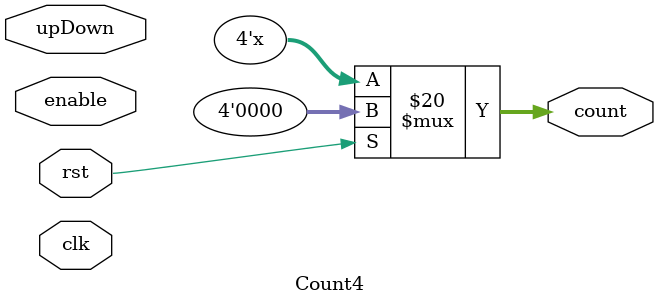
<source format=v>
module Count4(clk,rst,enable,upDown, count);
   input clk, rst, enable, upDown;
   output reg [3:0] count;

// insert code here 
   always @(clk, rst, enable, upDown) begin
      if (rst == 0 && enable == 1 && upDown == 1 && clk == 1)
         count = count + 1;
      if (rst == 0 && enable == 1 && upDown == 0 && clk == 1)
         count = count - 1; 
      if(rst == 1)
         count = 0;
   end
endmodule  // Count4

</source>
